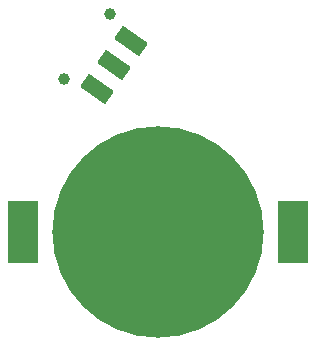
<source format=gbs>
G04 #@! TF.GenerationSoftware,KiCad,Pcbnew,(6.0.0)*
G04 #@! TF.CreationDate,2022-10-06T13:38:41+02:00*
G04 #@! TF.ProjectId,2.0,322e302e-6b69-4636-9164-5f7063625858,rev?*
G04 #@! TF.SameCoordinates,Original*
G04 #@! TF.FileFunction,Soldermask,Bot*
G04 #@! TF.FilePolarity,Negative*
%FSLAX46Y46*%
G04 Gerber Fmt 4.6, Leading zero omitted, Abs format (unit mm)*
G04 Created by KiCad (PCBNEW (6.0.0)) date 2022-10-06 13:38:41*
%MOMM*%
%LPD*%
G01*
G04 APERTURE LIST*
G04 Aperture macros list*
%AMRoundRect*
0 Rectangle with rounded corners*
0 $1 Rounding radius*
0 $2 $3 $4 $5 $6 $7 $8 $9 X,Y pos of 4 corners*
0 Add a 4 corners polygon primitive as box body*
4,1,4,$2,$3,$4,$5,$6,$7,$8,$9,$2,$3,0*
0 Add four circle primitives for the rounded corners*
1,1,$1+$1,$2,$3*
1,1,$1+$1,$4,$5*
1,1,$1+$1,$6,$7*
1,1,$1+$1,$8,$9*
0 Add four rect primitives between the rounded corners*
20,1,$1+$1,$2,$3,$4,$5,0*
20,1,$1+$1,$4,$5,$6,$7,0*
20,1,$1+$1,$6,$7,$8,$9,0*
20,1,$1+$1,$8,$9,$2,$3,0*%
G04 Aperture macros list end*
%ADD10C,1.001600*%
%ADD11RoundRect,0.050800X0.665455X-1.228941X1.382425X-0.205001X-0.665455X1.228941X-1.382425X0.205001X0*%
%ADD12RoundRect,0.050800X-1.250000X-2.550000X1.250000X-2.550000X1.250000X2.550000X-1.250000X2.550000X0*%
%ADD13C,17.901600*%
G04 APERTURE END LIST*
D10*
X176359260Y-95848163D03*
X172458940Y-101418397D03*
D11*
X175227827Y-102258495D03*
X176661768Y-100210615D03*
X178095709Y-98162735D03*
D12*
X168976360Y-114345720D03*
D13*
X180426360Y-114345720D03*
D12*
X191876360Y-114345720D03*
M02*

</source>
